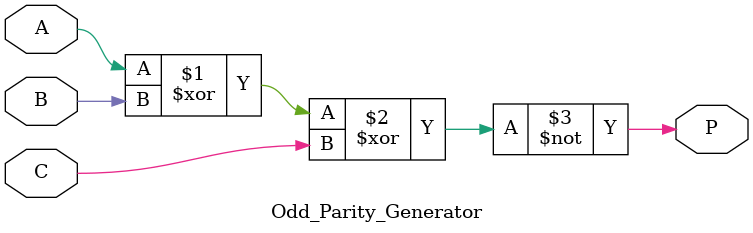
<source format=v>
`timescale 1ns / 1ps

module Odd_Parity_Generator(A,B,C,P);
input A,B,C;
output P;


//3-bit odd parity generator 
assign P=~(A^B^C); //obtain logical expression from the truth table
endmodule

</source>
